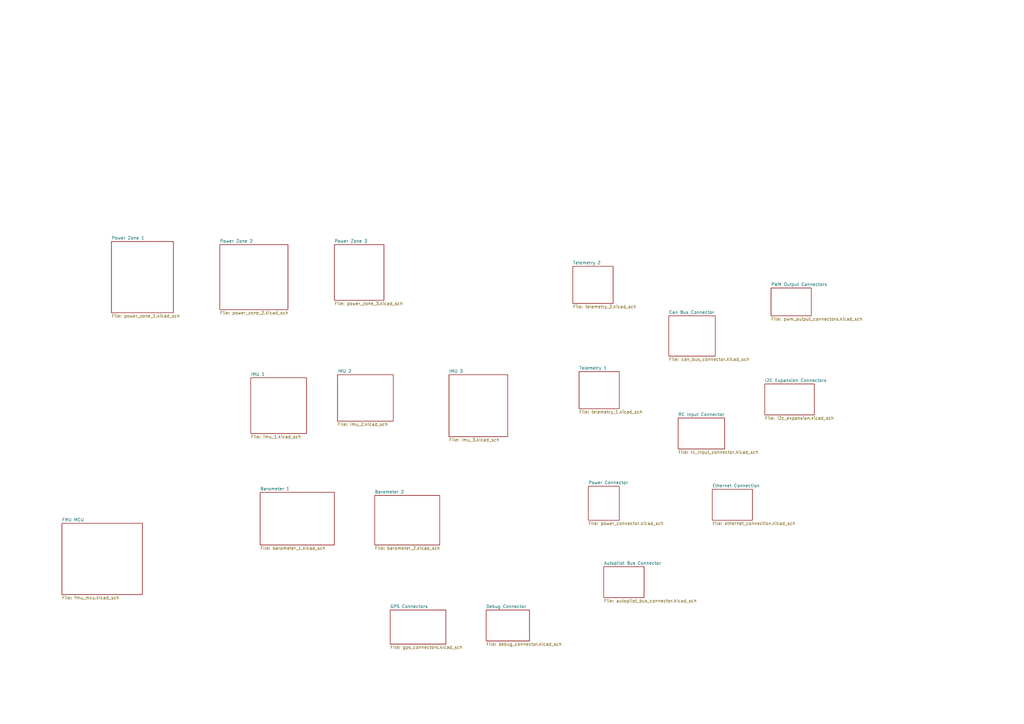
<source format=kicad_sch>
(kicad_sch
	(version 20250114)
	(generator "eeschema")
	(generator_version "9.0")
	(uuid "6f2a77a4-5c51-4809-903e-53c484a031d8")
	(paper "A3")
	(lib_symbols)
	(sheet
		(at 102.87 154.94)
		(size 22.86 22.86)
		(exclude_from_sim no)
		(in_bom yes)
		(on_board yes)
		(dnp no)
		(fields_autoplaced yes)
		(stroke
			(width 0.1524)
			(type solid)
		)
		(fill
			(color 0 0 0 0.0000)
		)
		(uuid "01b8e000-4d61-4baf-87f6-378ab1f323c5")
		(property "Sheetname" "IMU 1"
			(at 102.87 154.2284 0)
			(effects
				(font
					(size 1.27 1.27)
				)
				(justify left bottom)
			)
		)
		(property "Sheetfile" "imu_1.kicad_sch"
			(at 102.87 178.3846 0)
			(effects
				(font
					(size 1.27 1.27)
				)
				(justify left top)
			)
		)
		(instances
			(project "fc_2026"
				(path "/6f2a77a4-5c51-4809-903e-53c484a031d8"
					(page "6")
				)
			)
		)
	)
	(sheet
		(at 106.68 201.93)
		(size 30.48 21.59)
		(exclude_from_sim no)
		(in_bom yes)
		(on_board yes)
		(dnp no)
		(fields_autoplaced yes)
		(stroke
			(width 0.1524)
			(type solid)
		)
		(fill
			(color 0 0 0 0.0000)
		)
		(uuid "08188306-0088-45cf-b24e-fcfd4e32bb13")
		(property "Sheetname" "Barometer 1"
			(at 106.68 201.2184 0)
			(effects
				(font
					(size 1.27 1.27)
				)
				(justify left bottom)
			)
		)
		(property "Sheetfile" "barometer_1.kicad_sch"
			(at 106.68 224.1046 0)
			(effects
				(font
					(size 1.27 1.27)
				)
				(justify left top)
			)
		)
		(instances
			(project "fc_2026"
				(path "/6f2a77a4-5c51-4809-903e-53c484a031d8"
					(page "9")
				)
			)
		)
	)
	(sheet
		(at 45.72 99.06)
		(size 25.4 29.21)
		(exclude_from_sim no)
		(in_bom yes)
		(on_board yes)
		(dnp no)
		(fields_autoplaced yes)
		(stroke
			(width 0.1524)
			(type solid)
		)
		(fill
			(color 0 0 0 0.0000)
		)
		(uuid "08ce249e-3973-46ed-9801-faf01e378b6f")
		(property "Sheetname" "Power Zone 1"
			(at 45.72 98.3484 0)
			(effects
				(font
					(size 1.27 1.27)
				)
				(justify left bottom)
			)
		)
		(property "Sheetfile" "power_zone_1.kicad_sch"
			(at 45.72 128.8546 0)
			(effects
				(font
					(size 1.27 1.27)
				)
				(justify left top)
			)
		)
		(instances
			(project "fc_2026"
				(path "/6f2a77a4-5c51-4809-903e-53c484a031d8"
					(page "3")
				)
			)
		)
	)
	(sheet
		(at 199.39 250.19)
		(size 17.78 12.7)
		(exclude_from_sim no)
		(in_bom yes)
		(on_board yes)
		(dnp no)
		(fields_autoplaced yes)
		(stroke
			(width 0.1524)
			(type solid)
		)
		(fill
			(color 0 0 0 0.0000)
		)
		(uuid "0a751bde-b076-4f72-a7de-f810a9ea3f63")
		(property "Sheetname" "Debug Connector"
			(at 199.39 249.4784 0)
			(effects
				(font
					(size 1.27 1.27)
				)
				(justify left bottom)
			)
		)
		(property "Sheetfile" "debug_connector.kicad_sch"
			(at 199.39 263.4746 0)
			(effects
				(font
					(size 1.27 1.27)
				)
				(justify left top)
			)
		)
		(instances
			(project "fc_2026"
				(path "/6f2a77a4-5c51-4809-903e-53c484a031d8"
					(page "12")
				)
			)
		)
	)
	(sheet
		(at 90.17 100.33)
		(size 27.94 26.67)
		(exclude_from_sim no)
		(in_bom yes)
		(on_board yes)
		(dnp no)
		(fields_autoplaced yes)
		(stroke
			(width 0.1524)
			(type solid)
		)
		(fill
			(color 0 0 0 0.0000)
		)
		(uuid "0f6ea457-aa62-4338-8d01-19a03cdad585")
		(property "Sheetname" "Power Zone 2"
			(at 90.17 99.6184 0)
			(effects
				(font
					(size 1.27 1.27)
				)
				(justify left bottom)
			)
		)
		(property "Sheetfile" "power_zone_2.kicad_sch"
			(at 90.17 127.5846 0)
			(effects
				(font
					(size 1.27 1.27)
				)
				(justify left top)
			)
		)
		(instances
			(project "fc_2026"
				(path "/6f2a77a4-5c51-4809-903e-53c484a031d8"
					(page "4")
				)
			)
		)
	)
	(sheet
		(at 137.16 100.33)
		(size 20.32 22.86)
		(exclude_from_sim no)
		(in_bom yes)
		(on_board yes)
		(dnp no)
		(fields_autoplaced yes)
		(stroke
			(width 0.1524)
			(type solid)
		)
		(fill
			(color 0 0 0 0.0000)
		)
		(uuid "29cf3564-3a9f-42b4-8092-45fe2307a2bc")
		(property "Sheetname" "Power Zone 3"
			(at 137.16 99.6184 0)
			(effects
				(font
					(size 1.27 1.27)
				)
				(justify left bottom)
			)
		)
		(property "Sheetfile" "power_zone_3.kicad_sch"
			(at 137.16 123.7746 0)
			(effects
				(font
					(size 1.27 1.27)
				)
				(justify left top)
			)
		)
		(instances
			(project "fc_2026"
				(path "/6f2a77a4-5c51-4809-903e-53c484a031d8"
					(page "5")
				)
			)
		)
	)
	(sheet
		(at 234.95 109.22)
		(size 16.51 15.24)
		(exclude_from_sim no)
		(in_bom yes)
		(on_board yes)
		(dnp no)
		(fields_autoplaced yes)
		(stroke
			(width 0.1524)
			(type solid)
		)
		(fill
			(color 0 0 0 0.0000)
		)
		(uuid "3209987d-5812-430c-b8fa-744ad30edede")
		(property "Sheetname" "Telemetry 2"
			(at 234.95 108.5084 0)
			(effects
				(font
					(size 1.27 1.27)
				)
				(justify left bottom)
			)
		)
		(property "Sheetfile" "telemetry_2.kicad_sch"
			(at 234.95 125.0446 0)
			(effects
				(font
					(size 1.27 1.27)
				)
				(justify left top)
			)
		)
		(property "Field2" ""
			(at 234.95 109.22 0)
			(effects
				(font
					(size 1.27 1.27)
				)
			)
		)
		(instances
			(project "fc_2026"
				(path "/6f2a77a4-5c51-4809-903e-53c484a031d8"
					(page "16")
				)
			)
		)
	)
	(sheet
		(at 160.02 250.19)
		(size 22.86 13.97)
		(exclude_from_sim no)
		(in_bom yes)
		(on_board yes)
		(dnp no)
		(fields_autoplaced yes)
		(stroke
			(width 0.1524)
			(type solid)
		)
		(fill
			(color 0 0 0 0.0000)
		)
		(uuid "3c9c4b5b-ce40-4289-b8fa-bb5c62625947")
		(property "Sheetname" "GPS Connectors"
			(at 160.02 249.4784 0)
			(effects
				(font
					(size 1.27 1.27)
				)
				(justify left bottom)
			)
		)
		(property "Sheetfile" "gps_connectors.kicad_sch"
			(at 160.02 264.7446 0)
			(effects
				(font
					(size 1.27 1.27)
				)
				(justify left top)
			)
		)
		(instances
			(project "fc_2026"
				(path "/6f2a77a4-5c51-4809-903e-53c484a031d8"
					(page "11")
				)
			)
		)
	)
	(sheet
		(at 278.13 171.45)
		(size 19.05 12.7)
		(exclude_from_sim no)
		(in_bom yes)
		(on_board yes)
		(dnp no)
		(fields_autoplaced yes)
		(stroke
			(width 0.1524)
			(type solid)
		)
		(fill
			(color 0 0 0 0.0000)
		)
		(uuid "51b6fd60-71f3-4833-b5e6-35eef12b7809")
		(property "Sheetname" "RC Input Connector"
			(at 278.13 170.7384 0)
			(effects
				(font
					(size 1.27 1.27)
				)
				(justify left bottom)
			)
		)
		(property "Sheetfile" "rc_input_connector.kicad_sch"
			(at 278.13 184.7346 0)
			(effects
				(font
					(size 1.27 1.27)
				)
				(justify left top)
			)
		)
		(instances
			(project "fc_2026"
				(path "/6f2a77a4-5c51-4809-903e-53c484a031d8"
					(page "18")
				)
			)
		)
	)
	(sheet
		(at 138.43 153.67)
		(size 22.86 19.05)
		(exclude_from_sim no)
		(in_bom yes)
		(on_board yes)
		(dnp no)
		(fields_autoplaced yes)
		(stroke
			(width 0.1524)
			(type solid)
		)
		(fill
			(color 0 0 0 0.0000)
		)
		(uuid "557028fd-7f00-41d1-9d7e-6cbd6f15dfe1")
		(property "Sheetname" "IMU 2"
			(at 138.43 152.9584 0)
			(effects
				(font
					(size 1.27 1.27)
				)
				(justify left bottom)
			)
		)
		(property "Sheetfile" "imu_2.kicad_sch"
			(at 138.43 173.3046 0)
			(effects
				(font
					(size 1.27 1.27)
				)
				(justify left top)
			)
		)
		(instances
			(project "fc_2026"
				(path "/6f2a77a4-5c51-4809-903e-53c484a031d8"
					(page "7")
				)
			)
		)
	)
	(sheet
		(at 247.65 232.41)
		(size 16.51 12.7)
		(exclude_from_sim no)
		(in_bom yes)
		(on_board yes)
		(dnp no)
		(fields_autoplaced yes)
		(stroke
			(width 0.1524)
			(type solid)
		)
		(fill
			(color 0 0 0 0.0000)
		)
		(uuid "5a4551a8-fee4-478e-8398-69256ce2312c")
		(property "Sheetname" "Autopilot Bus Connector"
			(at 247.65 231.6984 0)
			(effects
				(font
					(size 1.27 1.27)
				)
				(justify left bottom)
			)
		)
		(property "Sheetfile" "autopilot_bus_connector.kicad_sch"
			(at 247.65 245.6946 0)
			(effects
				(font
					(size 1.27 1.27)
				)
				(justify left top)
			)
		)
		(instances
			(project "fc_2026"
				(path "/6f2a77a4-5c51-4809-903e-53c484a031d8"
					(page "14")
				)
			)
		)
	)
	(sheet
		(at 153.67 203.2)
		(size 26.67 20.32)
		(exclude_from_sim no)
		(in_bom yes)
		(on_board yes)
		(dnp no)
		(fields_autoplaced yes)
		(stroke
			(width 0.1524)
			(type solid)
		)
		(fill
			(color 0 0 0 0.0000)
		)
		(uuid "5bb7e150-9840-48a7-b639-9c3ed83c08cd")
		(property "Sheetname" "Barometer 2"
			(at 153.67 202.4884 0)
			(effects
				(font
					(size 1.27 1.27)
				)
				(justify left bottom)
			)
		)
		(property "Sheetfile" "barometer_2.kicad_sch"
			(at 153.67 224.1046 0)
			(effects
				(font
					(size 1.27 1.27)
				)
				(justify left top)
			)
		)
		(property "Field2" ""
			(at 153.67 203.2 0)
			(effects
				(font
					(size 1.27 1.27)
				)
			)
		)
		(instances
			(project "fc_2026"
				(path "/6f2a77a4-5c51-4809-903e-53c484a031d8"
					(page "10")
				)
			)
		)
	)
	(sheet
		(at 184.15 153.67)
		(size 24.13 25.4)
		(exclude_from_sim no)
		(in_bom yes)
		(on_board yes)
		(dnp no)
		(fields_autoplaced yes)
		(stroke
			(width 0.1524)
			(type solid)
		)
		(fill
			(color 0 0 0 0.0000)
		)
		(uuid "65f5ac12-ce2a-4622-9952-d99e94a75767")
		(property "Sheetname" "IMU 3"
			(at 184.15 152.9584 0)
			(effects
				(font
					(size 1.27 1.27)
				)
				(justify left bottom)
			)
		)
		(property "Sheetfile" "imu_3.kicad_sch"
			(at 184.15 179.6546 0)
			(effects
				(font
					(size 1.27 1.27)
				)
				(justify left top)
			)
		)
		(property "Field2" ""
			(at 184.15 153.67 0)
			(effects
				(font
					(size 1.27 1.27)
				)
			)
		)
		(instances
			(project "fc_2026"
				(path "/6f2a77a4-5c51-4809-903e-53c484a031d8"
					(page "8")
				)
			)
		)
	)
	(sheet
		(at 316.23 118.11)
		(size 16.51 11.43)
		(exclude_from_sim no)
		(in_bom yes)
		(on_board yes)
		(dnp no)
		(fields_autoplaced yes)
		(stroke
			(width 0.1524)
			(type solid)
		)
		(fill
			(color 0 0 0 0.0000)
		)
		(uuid "7b60f3b4-f696-4f18-88b5-3bbad37534ec")
		(property "Sheetname" "PWM Output Connectors"
			(at 316.23 117.3984 0)
			(effects
				(font
					(size 1.27 1.27)
				)
				(justify left bottom)
			)
		)
		(property "Sheetfile" "pwm_output_connectors.kicad_sch"
			(at 316.23 130.1246 0)
			(effects
				(font
					(size 1.27 1.27)
				)
				(justify left top)
			)
		)
		(instances
			(project "fc_2026"
				(path "/6f2a77a4-5c51-4809-903e-53c484a031d8"
					(page "20")
				)
			)
		)
	)
	(sheet
		(at 241.3 199.39)
		(size 12.7 13.97)
		(exclude_from_sim no)
		(in_bom yes)
		(on_board yes)
		(dnp no)
		(fields_autoplaced yes)
		(stroke
			(width 0.1524)
			(type solid)
		)
		(fill
			(color 0 0 0 0.0000)
		)
		(uuid "7e12717d-2b11-4f71-9bd3-af8621626e4d")
		(property "Sheetname" "Power Connector"
			(at 241.3 198.6784 0)
			(effects
				(font
					(size 1.27 1.27)
				)
				(justify left bottom)
			)
		)
		(property "Sheetfile" "power_connector.kicad_sch"
			(at 241.3 213.9446 0)
			(effects
				(font
					(size 1.27 1.27)
				)
				(justify left top)
			)
		)
		(instances
			(project "fc_2026"
				(path "/6f2a77a4-5c51-4809-903e-53c484a031d8"
					(page "13")
				)
			)
		)
	)
	(sheet
		(at 292.1 200.66)
		(size 16.51 12.7)
		(exclude_from_sim no)
		(in_bom yes)
		(on_board yes)
		(dnp no)
		(fields_autoplaced yes)
		(stroke
			(width 0.1524)
			(type solid)
		)
		(fill
			(color 0 0 0 0.0000)
		)
		(uuid "af4c75aa-7908-4a60-adff-627e18cd2873")
		(property "Sheetname" "Ethernet Connection"
			(at 292.1 199.9484 0)
			(effects
				(font
					(size 1.27 1.27)
				)
				(justify left bottom)
			)
		)
		(property "Sheetfile" "ethernet_connection.kicad_sch"
			(at 292.1 213.9446 0)
			(effects
				(font
					(size 1.27 1.27)
				)
				(justify left top)
			)
		)
		(instances
			(project "fc_2026"
				(path "/6f2a77a4-5c51-4809-903e-53c484a031d8"
					(page "21")
				)
			)
		)
	)
	(sheet
		(at 274.32 129.54)
		(size 19.05 16.51)
		(exclude_from_sim no)
		(in_bom yes)
		(on_board yes)
		(dnp no)
		(fields_autoplaced yes)
		(stroke
			(width 0.1524)
			(type solid)
		)
		(fill
			(color 0 0 0 0.0000)
		)
		(uuid "bb124023-5c61-43c9-9b07-aa2e74c79b41")
		(property "Sheetname" "Can Bus Connector"
			(at 274.32 128.8284 0)
			(effects
				(font
					(size 1.27 1.27)
				)
				(justify left bottom)
			)
		)
		(property "Sheetfile" "can_bus_connector.kicad_sch"
			(at 274.32 146.6346 0)
			(effects
				(font
					(size 1.27 1.27)
				)
				(justify left top)
			)
		)
		(instances
			(project "fc_2026"
				(path "/6f2a77a4-5c51-4809-903e-53c484a031d8"
					(page "17")
				)
			)
		)
	)
	(sheet
		(at 25.4 214.63)
		(size 33.02 29.21)
		(exclude_from_sim no)
		(in_bom yes)
		(on_board yes)
		(dnp no)
		(fields_autoplaced yes)
		(stroke
			(width 0.1524)
			(type solid)
		)
		(fill
			(color 0 0 0 0.0000)
		)
		(uuid "bce1ce65-0a9b-483e-a81a-c7ff9b1e3b5b")
		(property "Sheetname" "FMU MCU"
			(at 25.4 213.9184 0)
			(effects
				(font
					(size 1.27 1.27)
				)
				(justify left bottom)
			)
		)
		(property "Sheetfile" "fmu_mcu.kicad_sch"
			(at 25.4 244.4246 0)
			(effects
				(font
					(size 1.27 1.27)
				)
				(justify left top)
			)
		)
		(instances
			(project "fc_2026"
				(path "/6f2a77a4-5c51-4809-903e-53c484a031d8"
					(page "2")
				)
			)
		)
	)
	(sheet
		(at 237.49 152.4)
		(size 16.51 15.24)
		(exclude_from_sim no)
		(in_bom yes)
		(on_board yes)
		(dnp no)
		(fields_autoplaced yes)
		(stroke
			(width 0.1524)
			(type solid)
		)
		(fill
			(color 0 0 0 0.0000)
		)
		(uuid "cc54cc77-f93a-4f0e-8ded-76c1325abaf7")
		(property "Sheetname" "Telemetry 1"
			(at 237.49 151.6884 0)
			(effects
				(font
					(size 1.27 1.27)
				)
				(justify left bottom)
			)
		)
		(property "Sheetfile" "telemetry_1.kicad_sch"
			(at 237.49 168.2246 0)
			(effects
				(font
					(size 1.27 1.27)
				)
				(justify left top)
			)
		)
		(instances
			(project "fc_2026"
				(path "/6f2a77a4-5c51-4809-903e-53c484a031d8"
					(page "15")
				)
			)
		)
	)
	(sheet
		(at 313.69 157.48)
		(size 20.32 12.7)
		(exclude_from_sim no)
		(in_bom yes)
		(on_board yes)
		(dnp no)
		(fields_autoplaced yes)
		(stroke
			(width 0.1524)
			(type solid)
		)
		(fill
			(color 0 0 0 0.0000)
		)
		(uuid "fbdc1731-7377-4852-ae24-08a4771dbd32")
		(property "Sheetname" "I2C Expansion Connectors"
			(at 313.69 156.7684 0)
			(effects
				(font
					(size 1.27 1.27)
				)
				(justify left bottom)
			)
		)
		(property "Sheetfile" "i2c_expansion.kicad_sch"
			(at 313.69 170.7646 0)
			(effects
				(font
					(size 1.27 1.27)
				)
				(justify left top)
			)
		)
		(instances
			(project "fc_2026"
				(path "/6f2a77a4-5c51-4809-903e-53c484a031d8"
					(page "19")
				)
			)
		)
	)
	(sheet_instances
		(path "/"
			(page "1")
		)
	)
	(embedded_fonts no)
)

</source>
